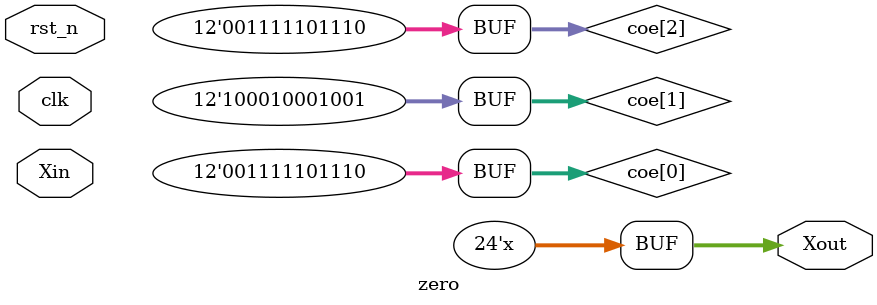
<source format=v>
module zero(
    input                   rst_n,
    input                   clk,
    input   signed  [11:0]  Xin,
    output  signed  [23:0]  Xout
);

reg     signed  [11:0]  Xin_reg[1:0];
reg             [3:0]   i, j;

wire    signed  [11:0]  coe[2:0];
assign coe[2] =  12'd1006;
assign coe[1] = -12'd1911;
assign coe[0] =  12'd1006;

assign Xout = mult_reg[0] + mult_reg[1] + mult_reg[2];

always @(posedge clk or posedge rst_n) begin
    if (rst_n) begin
        for (i=0; i<2; i=i+1'b1)
            Xin_reg[i] <= 'd0;
    end
    else begin
        for (j=0; j<1; j=j+1'b1)
            Xin_reg[j+1] <= Xin_reg[j];
        Xin_reg[0] <= Xin;
    end
end

multX2 u_multX2(
    .dataa      (Xin_data),
    .datab      (cor[2]),
    .result     (mult_reg[2])
);

multX1 u_multX1(
    .dataa      (Xin_reg[1]),
    .datab      (coe[1]),
    .result     (mult_reg[1])
);

multX0 u_multX0(
    .dataa      (Xin_reg[0]),
    .datab      (coe[0]),
    .result     (mult_reg[0])
);

endmodule
</source>
